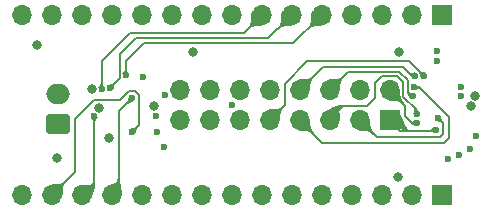
<source format=gbr>
%TF.GenerationSoftware,KiCad,Pcbnew,7.0.8*%
%TF.CreationDate,2023-10-11T21:33:04+02:00*%
%TF.ProjectId,LvL_shifter_shield,4c764c5f-7368-4696-9674-65725f736869,rev?*%
%TF.SameCoordinates,Original*%
%TF.FileFunction,Copper,L2,Inr*%
%TF.FilePolarity,Positive*%
%FSLAX46Y46*%
G04 Gerber Fmt 4.6, Leading zero omitted, Abs format (unit mm)*
G04 Created by KiCad (PCBNEW 7.0.8) date 2023-10-11 21:33:04*
%MOMM*%
%LPD*%
G01*
G04 APERTURE LIST*
G04 Aperture macros list*
%AMRoundRect*
0 Rectangle with rounded corners*
0 $1 Rounding radius*
0 $2 $3 $4 $5 $6 $7 $8 $9 X,Y pos of 4 corners*
0 Add a 4 corners polygon primitive as box body*
4,1,4,$2,$3,$4,$5,$6,$7,$8,$9,$2,$3,0*
0 Add four circle primitives for the rounded corners*
1,1,$1+$1,$2,$3*
1,1,$1+$1,$4,$5*
1,1,$1+$1,$6,$7*
1,1,$1+$1,$8,$9*
0 Add four rect primitives between the rounded corners*
20,1,$1+$1,$2,$3,$4,$5,0*
20,1,$1+$1,$4,$5,$6,$7,0*
20,1,$1+$1,$6,$7,$8,$9,0*
20,1,$1+$1,$8,$9,$2,$3,0*%
G04 Aperture macros list end*
%TA.AperFunction,ComponentPad*%
%ADD10RoundRect,0.250000X0.750000X-0.600000X0.750000X0.600000X-0.750000X0.600000X-0.750000X-0.600000X0*%
%TD*%
%TA.AperFunction,ComponentPad*%
%ADD11O,2.000000X1.700000*%
%TD*%
%TA.AperFunction,ComponentPad*%
%ADD12R,1.700000X1.700000*%
%TD*%
%TA.AperFunction,ComponentPad*%
%ADD13O,1.700000X1.700000*%
%TD*%
%TA.AperFunction,ViaPad*%
%ADD14C,0.800000*%
%TD*%
%TA.AperFunction,ViaPad*%
%ADD15C,0.600000*%
%TD*%
%TA.AperFunction,Conductor*%
%ADD16C,0.150000*%
%TD*%
G04 APERTURE END LIST*
D10*
%TO.N,GND*%
%TO.C,J4*%
X109067600Y-87325200D03*
D11*
%TO.N,+5V*%
X109067600Y-84825200D03*
%TD*%
D12*
%TO.N,Net-(J1-Pin_1)*%
%TO.C,J1*%
X137160000Y-86995000D03*
D13*
%TO.N,Net-(J1-Pin_2)*%
X137160000Y-84455000D03*
%TO.N,Net-(J1-Pin_3)*%
X134620000Y-86995000D03*
%TO.N,GND*%
X134620000Y-84455000D03*
%TO.N,Net-(J1-Pin_5)*%
X132080000Y-86995000D03*
%TO.N,Net-(J1-Pin_6)*%
X132080000Y-84455000D03*
%TO.N,Net-(J1-Pin_7)*%
X129540000Y-86995000D03*
%TO.N,Net-(J1-Pin_8)*%
X129540000Y-84455000D03*
%TO.N,Net-(J1-Pin_9)*%
X127000000Y-86995000D03*
%TO.N,Net-(J1-Pin_10)*%
X127000000Y-84455000D03*
%TO.N,Net-(J1-Pin_11)*%
X124460000Y-86995000D03*
%TO.N,Net-(J1-Pin_12)*%
X124460000Y-84455000D03*
%TO.N,Net-(J1-Pin_13)*%
X121920000Y-86995000D03*
%TO.N,Net-(J1-Pin_14)*%
X121920000Y-84455000D03*
%TO.N,Net-(J1-Pin_15)*%
X119380000Y-86995000D03*
%TO.N,GND*%
X119380000Y-84455000D03*
%TD*%
D12*
%TO.N,unconnected-(J3-Pin_1-Pad1)*%
%TO.C,J3*%
X141605000Y-93345000D03*
D13*
%TO.N,unconnected-(J3-Pin_2-Pad2)*%
X139065000Y-93345000D03*
%TO.N,unconnected-(J3-Pin_3-Pad3)*%
X136525000Y-93345000D03*
%TO.N,GND*%
X133985000Y-93345000D03*
%TO.N,Net-(J3-Pin_5)*%
X131445000Y-93345000D03*
%TO.N,Net-(J3-Pin_6)*%
X128905000Y-93345000D03*
%TO.N,Net-(J3-Pin_7)*%
X126365000Y-93345000D03*
%TO.N,Net-(J3-Pin_8)*%
X123825000Y-93345000D03*
%TO.N,Net-(J3-Pin_9)*%
X121285000Y-93345000D03*
%TO.N,Net-(J3-Pin_10)*%
X118745000Y-93345000D03*
%TO.N,unconnected-(J3-Pin_11-Pad11)*%
X116205000Y-93345000D03*
%TO.N,Net-(J3-Pin_12)*%
X113665000Y-93345000D03*
%TO.N,Net-(J3-Pin_13)*%
X111125000Y-93345000D03*
%TO.N,Net-(J3-Pin_14)*%
X108585000Y-93345000D03*
%TO.N,unconnected-(J3-Pin_15-Pad15)*%
X106045000Y-93345000D03*
%TD*%
D12*
%TO.N,unconnected-(J2-Pin_1-Pad1)*%
%TO.C,J2*%
X141575000Y-78105000D03*
D13*
%TO.N,+3.3V*%
X139035000Y-78105000D03*
%TO.N,unconnected-(J2-Pin_3-Pad3)*%
X136495000Y-78105000D03*
%TO.N,Net-(J2-Pin_4)*%
X133955000Y-78105000D03*
%TO.N,Net-(J2-Pin_5)*%
X131415000Y-78105000D03*
%TO.N,Net-(J2-Pin_6)*%
X128875000Y-78105000D03*
%TO.N,Net-(J2-Pin_7)*%
X126335000Y-78105000D03*
%TO.N,Net-(J2-Pin_8)*%
X123795000Y-78105000D03*
%TO.N,unconnected-(J2-Pin_9-Pad9)*%
X121255000Y-78105000D03*
%TO.N,unconnected-(J2-Pin_10-Pad10)*%
X118715000Y-78105000D03*
%TO.N,unconnected-(J2-Pin_11-Pad11)*%
X116175000Y-78105000D03*
%TO.N,unconnected-(J2-Pin_12-Pad12)*%
X113635000Y-78105000D03*
%TO.N,unconnected-(J2-Pin_13-Pad13)*%
X111095000Y-78105000D03*
%TO.N,GND*%
X108555000Y-78105000D03*
%TO.N,unconnected-(J2-Pin_15-Pad15)*%
X106015000Y-78105000D03*
%TD*%
D14*
%TO.N,+5V*%
X108966000Y-90220800D03*
X117217418Y-85805109D03*
X137845800Y-91846400D03*
%TO.N,GND*%
X137936900Y-81280000D03*
X113411000Y-88519000D03*
X107315000Y-80645000D03*
X120548400Y-81280000D03*
%TO.N,+3.3V*%
X144094200Y-85852000D03*
X111973957Y-84349500D03*
D15*
%TO.N,Net-(J1-Pin_1)*%
X141071600Y-87815900D03*
%TO.N,Net-(J1-Pin_2)*%
X139471400Y-87249000D03*
%TO.N,Net-(J1-Pin_3)*%
X141224000Y-86791800D03*
%TO.N,Net-(J1-Pin_5)*%
X139471400Y-86449500D03*
%TO.N,Net-(J1-Pin_6)*%
X139106900Y-85000500D03*
%TO.N,Net-(J1-Pin_7)*%
X139213273Y-84223994D03*
%TO.N,Net-(J1-Pin_8)*%
X139318127Y-83252300D03*
%TO.N,Net-(J1-Pin_9)*%
X140055600Y-83252300D03*
%TO.N,Net-(J1-Pin_10)*%
X116255800Y-83328500D03*
%TO.N,Net-(J1-Pin_11)*%
X118161541Y-84911459D03*
%TO.N,Net-(J1-Pin_12)*%
X123799600Y-85725000D03*
%TO.N,Net-(J1-Pin_13)*%
X118059200Y-89255600D03*
%TO.N,Net-(J1-Pin_14)*%
X117398800Y-86690200D03*
%TO.N,Net-(J1-Pin_15)*%
X117449600Y-88011000D03*
%TO.N,Net-(J2-Pin_4)*%
X141198600Y-81178400D03*
%TO.N,Net-(J2-Pin_5)*%
X114808000Y-83210400D03*
%TO.N,Net-(J2-Pin_6)*%
X113471413Y-84285500D03*
%TO.N,Net-(J2-Pin_7)*%
X112773200Y-84369864D03*
%TO.N,Net-(J2-Pin_8)*%
X141198600Y-82016600D03*
%TO.N,Net-(J3-Pin_5)*%
X142087600Y-90322400D03*
%TO.N,Net-(J3-Pin_6)*%
X143078200Y-89941400D03*
%TO.N,Net-(J3-Pin_7)*%
X143941800Y-89433400D03*
%TO.N,Net-(J3-Pin_8)*%
X144475200Y-88341200D03*
%TO.N,Net-(J3-Pin_9)*%
X143214100Y-84939103D03*
%TO.N,Net-(J3-Pin_10)*%
X143205200Y-84175600D03*
%TO.N,Net-(J3-Pin_12)*%
X115341400Y-85166200D03*
%TO.N,Net-(J3-Pin_13)*%
X112166400Y-86635500D03*
%TO.N,Net-(J3-Pin_14)*%
X115366800Y-87994500D03*
D14*
%TO.N,Net-(U1-OE)*%
X144373600Y-84963000D03*
%TO.N,Net-(U2-OE)*%
X112582201Y-85952628D03*
%TD*%
D16*
%TO.N,Net-(J1-Pin_1)*%
X141071600Y-87815900D02*
X140978100Y-87909400D01*
X140978100Y-87909400D02*
X138074400Y-87909400D01*
X138074400Y-87909400D02*
X137160000Y-86995000D01*
%TO.N,Net-(J1-Pin_2)*%
X138480800Y-86690200D02*
X138480800Y-85775800D01*
X139039600Y-87249000D02*
X138480800Y-86690200D01*
X138480800Y-85775800D02*
X137160000Y-84455000D01*
X139471400Y-87249000D02*
X139039600Y-87249000D01*
%TO.N,Net-(J1-Pin_3)*%
X141224000Y-86791800D02*
X141706600Y-87274400D01*
X141427200Y-88468200D02*
X136093200Y-88468200D01*
X141706600Y-87274400D02*
X141706600Y-88188800D01*
X141706600Y-88188800D02*
X141427200Y-88468200D01*
X136093200Y-88468200D02*
X134620000Y-86995000D01*
%TO.N,Net-(J1-Pin_5)*%
X139471400Y-86182200D02*
X138328400Y-85039200D01*
X135966200Y-85140800D02*
X135280400Y-85826600D01*
X138328400Y-83820000D02*
X137820400Y-83312000D01*
X135966200Y-83870800D02*
X135966200Y-85140800D01*
X133248400Y-85826600D02*
X132080000Y-86995000D01*
X135280400Y-85826600D02*
X133248400Y-85826600D01*
X139471400Y-86449500D02*
X139471400Y-86182200D01*
X136525000Y-83312000D02*
X135966200Y-83870800D01*
X137820400Y-83312000D02*
X136525000Y-83312000D01*
X138328400Y-85039200D02*
X138328400Y-83820000D01*
%TO.N,Net-(J1-Pin_6)*%
X138734800Y-83642200D02*
X137998200Y-82905600D01*
X138734800Y-84628400D02*
X138734800Y-83642200D01*
X133629400Y-82905600D02*
X132080000Y-84455000D01*
X137998200Y-82905600D02*
X133629400Y-82905600D01*
X139106900Y-85000500D02*
X138734800Y-84628400D01*
%TO.N,Net-(J1-Pin_7)*%
X142163800Y-88493600D02*
X141732000Y-88925400D01*
X139213273Y-84223994D02*
X139646794Y-84223994D01*
X139646794Y-84223994D02*
X142163800Y-86741000D01*
X142163800Y-86741000D02*
X142163800Y-88493600D01*
X141732000Y-88925400D02*
X131470400Y-88925400D01*
X131470400Y-88925400D02*
X129540000Y-86995000D01*
%TO.N,Net-(J1-Pin_8)*%
X139318127Y-83252300D02*
X139056100Y-83252300D01*
X139056100Y-83252300D02*
X138277600Y-82473800D01*
X131521200Y-82473800D02*
X129540000Y-84455000D01*
X138277600Y-82473800D02*
X131521200Y-82473800D01*
%TO.N,Net-(J1-Pin_9)*%
X140055600Y-83252300D02*
X138794500Y-81991200D01*
X128270000Y-83921600D02*
X128270000Y-85725000D01*
X138794500Y-81991200D02*
X130200400Y-81991200D01*
X128270000Y-85725000D02*
X127000000Y-86995000D01*
X130200400Y-81991200D02*
X128270000Y-83921600D01*
%TO.N,Net-(J2-Pin_5)*%
X129002000Y-80518000D02*
X131415000Y-78105000D01*
X114808000Y-83210400D02*
X114808000Y-82042000D01*
X114808000Y-82042000D02*
X116332000Y-80518000D01*
X116332000Y-80518000D02*
X129002000Y-80518000D01*
%TO.N,Net-(J2-Pin_6)*%
X114322257Y-81435543D02*
X115671600Y-80086200D01*
X114322257Y-83434656D02*
X114322257Y-81435543D01*
X115671600Y-80086200D02*
X126893800Y-80086200D01*
X126893800Y-80086200D02*
X128875000Y-78105000D01*
X113471413Y-84285500D02*
X114322257Y-83434656D01*
%TO.N,Net-(J2-Pin_7)*%
X112773200Y-81994000D02*
X112773200Y-84369864D01*
X126335000Y-78105000D02*
X124836400Y-79603600D01*
X124836400Y-79603600D02*
X115163600Y-79603600D01*
X115163600Y-79603600D02*
X112773200Y-81994000D01*
%TO.N,Net-(J3-Pin_12)*%
X113665000Y-93345000D02*
X114263568Y-92746432D01*
X114263568Y-86244032D02*
X115341400Y-85166200D01*
X114263568Y-92746432D02*
X114263568Y-86244032D01*
%TO.N,Net-(J3-Pin_13)*%
X112166400Y-92303600D02*
X111125000Y-93345000D01*
X112166400Y-86635500D02*
X112166400Y-92303600D01*
%TO.N,Net-(J3-Pin_14)*%
X115087400Y-84556600D02*
X114300000Y-85344000D01*
X110540800Y-86918800D02*
X110540800Y-91389200D01*
X115366800Y-87994500D02*
X115976400Y-87384900D01*
X112115600Y-85344000D02*
X110540800Y-86918800D01*
X115976400Y-87384900D02*
X115976400Y-84912200D01*
X115976400Y-84912200D02*
X115620800Y-84556600D01*
X110540800Y-91389200D02*
X108585000Y-93345000D01*
X115620800Y-84556600D02*
X115087400Y-84556600D01*
X114300000Y-85344000D02*
X112115600Y-85344000D01*
%TD*%
%TA.AperFunction,Conductor*%
%TO.N,Net-(J1-Pin_5)*%
G36*
X133292222Y-85755203D02*
G01*
X133296022Y-85763312D01*
X133296034Y-85763844D01*
X133296034Y-85892645D01*
X133292607Y-85900918D01*
X133287390Y-85903939D01*
X132993806Y-85983392D01*
X132905868Y-86203728D01*
X132925971Y-86525034D01*
X132947778Y-86908242D01*
X132947567Y-86911214D01*
X132868101Y-87306341D01*
X132863111Y-87313776D01*
X132854324Y-87315504D01*
X132852158Y-87314845D01*
X132083487Y-86996856D01*
X132077153Y-86990527D01*
X132077146Y-86990511D01*
X131759047Y-86220183D01*
X131759056Y-86211228D01*
X131765059Y-86205048D01*
X132123060Y-86043914D01*
X132386413Y-85915625D01*
X132386790Y-85915460D01*
X132619116Y-85824624D01*
X132621114Y-85824042D01*
X132897472Y-85769871D01*
X132899180Y-85769666D01*
X133283804Y-85752156D01*
X133292222Y-85755203D01*
G37*
%TD.AperFunction*%
%TD*%
%TA.AperFunction,Conductor*%
%TO.N,Net-(J1-Pin_3)*%
G36*
X141498502Y-86681791D02*
G01*
X141504814Y-86688143D01*
X141505101Y-86688918D01*
X141542639Y-86802584D01*
X141542827Y-86803302D01*
X141561537Y-86899451D01*
X141579532Y-86981592D01*
X141592193Y-87008317D01*
X141618776Y-87064431D01*
X141618778Y-87064434D01*
X141618779Y-87064435D01*
X141694424Y-87154820D01*
X141697106Y-87163364D01*
X141693725Y-87170602D01*
X141602802Y-87261525D01*
X141594529Y-87264952D01*
X141587020Y-87262224D01*
X141496635Y-87186579D01*
X141496634Y-87186578D01*
X141496631Y-87186576D01*
X141440517Y-87159993D01*
X141413792Y-87147332D01*
X141331651Y-87129337D01*
X141235502Y-87110627D01*
X141234784Y-87110439D01*
X141121118Y-87072901D01*
X141114337Y-87067052D01*
X141113677Y-87058122D01*
X141113953Y-87057374D01*
X141221436Y-86795614D01*
X141227746Y-86789264D01*
X141489549Y-86681764D01*
X141498502Y-86681791D01*
G37*
%TD.AperFunction*%
%TD*%
%TA.AperFunction,Conductor*%
%TO.N,Net-(J2-Pin_5)*%
G36*
X114880566Y-82613827D02*
G01*
X114883947Y-82621065D01*
X114894369Y-82738468D01*
X114894370Y-82738474D01*
X114925195Y-82824792D01*
X114925195Y-82824793D01*
X114970553Y-82895603D01*
X115025312Y-82976821D01*
X115025687Y-82977461D01*
X115079516Y-83084378D01*
X115080176Y-83093308D01*
X115074327Y-83100089D01*
X115073577Y-83100435D01*
X114812511Y-83209515D01*
X114803556Y-83209542D01*
X114803489Y-83209515D01*
X114542421Y-83100435D01*
X114536109Y-83094083D01*
X114536136Y-83085128D01*
X114536467Y-83084410D01*
X114590320Y-82977444D01*
X114590681Y-82976828D01*
X114645445Y-82895603D01*
X114690803Y-82824794D01*
X114721630Y-82738470D01*
X114732053Y-82621064D01*
X114736198Y-82613128D01*
X114743707Y-82610400D01*
X114872293Y-82610400D01*
X114880566Y-82613827D01*
G37*
%TD.AperFunction*%
%TD*%
%TA.AperFunction,Conductor*%
%TO.N,Net-(J3-Pin_12)*%
G36*
X114335719Y-91895734D02*
G01*
X114339131Y-91903414D01*
X114354367Y-92203852D01*
X114356916Y-92254104D01*
X114356917Y-92254122D01*
X114400672Y-92509015D01*
X114400672Y-92509016D01*
X114452854Y-92728119D01*
X114452926Y-92728474D01*
X114457291Y-92753898D01*
X114496591Y-92982845D01*
X114496668Y-92983539D01*
X114514377Y-93332721D01*
X114511374Y-93341157D01*
X114503285Y-93344999D01*
X114502706Y-93345014D01*
X113669859Y-93345994D01*
X113661583Y-93342577D01*
X113073880Y-92753897D01*
X113070461Y-92745622D01*
X113073895Y-92737352D01*
X113075523Y-92735997D01*
X113371063Y-92532525D01*
X113374030Y-92531054D01*
X113675283Y-92431854D01*
X113936347Y-92353156D01*
X114119489Y-92203851D01*
X114186535Y-91901473D01*
X114191672Y-91894139D01*
X114197958Y-91892307D01*
X114327446Y-91892307D01*
X114335719Y-91895734D01*
G37*
%TD.AperFunction*%
%TD*%
%TA.AperFunction,Conductor*%
%TO.N,Net-(J1-Pin_6)*%
G36*
X133236370Y-83207208D02*
G01*
X133327791Y-83298629D01*
X133331218Y-83306902D01*
X133328735Y-83314109D01*
X133104596Y-83600741D01*
X133018669Y-83855392D01*
X133001019Y-84110084D01*
X132975432Y-84403831D01*
X132975003Y-84406108D01*
X132868960Y-84767790D01*
X132863344Y-84774765D01*
X132854441Y-84775725D01*
X132853267Y-84775312D01*
X132083785Y-84457562D01*
X132077447Y-84451238D01*
X131759687Y-83681732D01*
X131759696Y-83672777D01*
X131766035Y-83666452D01*
X131767193Y-83666044D01*
X132128893Y-83559993D01*
X132131164Y-83559565D01*
X132424914Y-83533980D01*
X132679605Y-83516329D01*
X132934258Y-83430402D01*
X133220892Y-83206263D01*
X133229518Y-83203868D01*
X133236370Y-83207208D01*
G37*
%TD.AperFunction*%
%TD*%
%TA.AperFunction,Conductor*%
%TO.N,Net-(J3-Pin_12)*%
G36*
X115075834Y-85056157D02*
G01*
X115277076Y-85138790D01*
X115337584Y-85163636D01*
X115343936Y-85169948D01*
X115343963Y-85170015D01*
X115451435Y-85431747D01*
X115451408Y-85440702D01*
X115445056Y-85447014D01*
X115444281Y-85447301D01*
X115330613Y-85484839D01*
X115329895Y-85485027D01*
X115233747Y-85503737D01*
X115151606Y-85521732D01*
X115102487Y-85545002D01*
X115068768Y-85560976D01*
X115068766Y-85560977D01*
X115068763Y-85560979D01*
X114978379Y-85636624D01*
X114969835Y-85639306D01*
X114962597Y-85635925D01*
X114871674Y-85545002D01*
X114868247Y-85536729D01*
X114870975Y-85529220D01*
X114946620Y-85438835D01*
X114946621Y-85438833D01*
X114946620Y-85438833D01*
X114946623Y-85438831D01*
X114985865Y-85355993D01*
X115003861Y-85273851D01*
X115022572Y-85177693D01*
X115022755Y-85176992D01*
X115060298Y-85063317D01*
X115066147Y-85056537D01*
X115075077Y-85055877D01*
X115075834Y-85056157D01*
G37*
%TD.AperFunction*%
%TD*%
%TA.AperFunction,Conductor*%
%TO.N,Net-(J3-Pin_13)*%
G36*
X112237842Y-92079788D02*
G01*
X112241269Y-92088061D01*
X112241268Y-92088192D01*
X112236870Y-92482296D01*
X112236853Y-92482680D01*
X112214591Y-92772080D01*
X112214477Y-92772867D01*
X112161488Y-93018416D01*
X112161286Y-93019129D01*
X112064395Y-93293740D01*
X112064293Y-93294009D01*
X111914743Y-93659419D01*
X111908438Y-93665777D01*
X111899483Y-93665815D01*
X111883994Y-93659419D01*
X111129488Y-93347853D01*
X111123150Y-93341529D01*
X110805028Y-92572535D01*
X110805032Y-92563580D01*
X110811366Y-92557251D01*
X110813256Y-92556651D01*
X111177431Y-92474583D01*
X111179989Y-92474298D01*
X111529611Y-92474163D01*
X111820208Y-92468393D01*
X112018225Y-92366091D01*
X112089169Y-92085196D01*
X112094518Y-92078014D01*
X112100513Y-92076361D01*
X112229569Y-92076361D01*
X112237842Y-92079788D01*
G37*
%TD.AperFunction*%
%TD*%
%TA.AperFunction,Conductor*%
%TO.N,Net-(J3-Pin_14)*%
G36*
X115745602Y-87524774D02*
G01*
X115836525Y-87615697D01*
X115839952Y-87623970D01*
X115837224Y-87631479D01*
X115761579Y-87721863D01*
X115761577Y-87721866D01*
X115761576Y-87721868D01*
X115746390Y-87753923D01*
X115722332Y-87804706D01*
X115704337Y-87886847D01*
X115685627Y-87982995D01*
X115685439Y-87983713D01*
X115647901Y-88097381D01*
X115642052Y-88104162D01*
X115633122Y-88104822D01*
X115632347Y-88104535D01*
X115370615Y-87997063D01*
X115364263Y-87990751D01*
X115364236Y-87990684D01*
X115287870Y-87804706D01*
X115256764Y-87728950D01*
X115256791Y-87719997D01*
X115263143Y-87713685D01*
X115263911Y-87713400D01*
X115377592Y-87675855D01*
X115378293Y-87675672D01*
X115474451Y-87656961D01*
X115556593Y-87638965D01*
X115639431Y-87599723D01*
X115729820Y-87524075D01*
X115738364Y-87521393D01*
X115745602Y-87524774D01*
G37*
%TD.AperFunction*%
%TD*%
%TA.AperFunction,Conductor*%
%TO.N,Net-(J2-Pin_5)*%
G36*
X130641732Y-77784687D02*
G01*
X130643057Y-77785234D01*
X131411215Y-78102438D01*
X131417552Y-78108761D01*
X131417562Y-78108785D01*
X131735312Y-78878267D01*
X131735303Y-78887222D01*
X131728964Y-78893547D01*
X131727790Y-78893960D01*
X131366108Y-79000003D01*
X131363831Y-79000432D01*
X131070084Y-79026019D01*
X130815392Y-79043669D01*
X130560741Y-79129596D01*
X130274109Y-79353735D01*
X130265481Y-79356131D01*
X130258629Y-79352791D01*
X130167208Y-79261370D01*
X130163781Y-79253097D01*
X130166262Y-79245892D01*
X130390402Y-78959258D01*
X130476329Y-78704605D01*
X130493980Y-78449914D01*
X130519565Y-78156164D01*
X130519994Y-78153890D01*
X130535080Y-78102437D01*
X130626040Y-77792207D01*
X130631655Y-77785234D01*
X130640558Y-77784274D01*
X130641732Y-77784687D01*
G37*
%TD.AperFunction*%
%TD*%
%TA.AperFunction,Conductor*%
%TO.N,Net-(J2-Pin_6)*%
G36*
X113850215Y-83815774D02*
G01*
X113941138Y-83906697D01*
X113944565Y-83914970D01*
X113941837Y-83922479D01*
X113866192Y-84012863D01*
X113866190Y-84012866D01*
X113866189Y-84012868D01*
X113851003Y-84044923D01*
X113826945Y-84095706D01*
X113808950Y-84177847D01*
X113790240Y-84273995D01*
X113790052Y-84274713D01*
X113752514Y-84388381D01*
X113746665Y-84395162D01*
X113737735Y-84395822D01*
X113736960Y-84395535D01*
X113475228Y-84288063D01*
X113468876Y-84281751D01*
X113468849Y-84281684D01*
X113392483Y-84095706D01*
X113361377Y-84019950D01*
X113361404Y-84010997D01*
X113367756Y-84004685D01*
X113368524Y-84004400D01*
X113482205Y-83966855D01*
X113482906Y-83966672D01*
X113579064Y-83947961D01*
X113661206Y-83929965D01*
X113744044Y-83890723D01*
X113834433Y-83815075D01*
X113842977Y-83812393D01*
X113850215Y-83815774D01*
G37*
%TD.AperFunction*%
%TD*%
%TA.AperFunction,Conductor*%
%TO.N,Net-(J1-Pin_6)*%
G36*
X138808880Y-84558055D02*
G01*
X138811975Y-84563559D01*
X138832898Y-84649459D01*
X138895572Y-84685628D01*
X138987887Y-84691253D01*
X139098717Y-84694415D01*
X139101068Y-84694725D01*
X139188082Y-84715361D01*
X139208355Y-84720170D01*
X139215614Y-84725413D01*
X139217039Y-84734254D01*
X139216470Y-84736018D01*
X139108760Y-84996993D01*
X139102436Y-85003333D01*
X139102389Y-85003352D01*
X138840181Y-85111016D01*
X138831226Y-85110989D01*
X138825079Y-85105019D01*
X138769015Y-84981192D01*
X138721591Y-84885600D01*
X138721405Y-84885186D01*
X138687727Y-84801571D01*
X138687119Y-84799548D01*
X138666890Y-84700324D01*
X138666668Y-84698548D01*
X138666472Y-84694450D01*
X138660385Y-84566886D01*
X138663414Y-84558459D01*
X138671514Y-84554641D01*
X138672072Y-84554628D01*
X138800607Y-84554628D01*
X138808880Y-84558055D01*
G37*
%TD.AperFunction*%
%TD*%
%TA.AperFunction,Conductor*%
%TO.N,Net-(J1-Pin_2)*%
G36*
X139361049Y-86982742D02*
G01*
X139361617Y-86983918D01*
X139444417Y-87183098D01*
X139469091Y-87242451D01*
X139469102Y-87251406D01*
X139466533Y-87255243D01*
X139266977Y-87453473D01*
X139258692Y-87456872D01*
X139251061Y-87454007D01*
X139169634Y-87383313D01*
X139169632Y-87383311D01*
X139096959Y-87338811D01*
X139030169Y-87305532D01*
X139029723Y-87305285D01*
X138958093Y-87261423D01*
X138956533Y-87260280D01*
X138877112Y-87191328D01*
X138873111Y-87183316D01*
X138875947Y-87174823D01*
X138876495Y-87174234D01*
X138966946Y-87083783D01*
X138975218Y-87080357D01*
X138981665Y-87082293D01*
X138999636Y-87094159D01*
X139049819Y-87127295D01*
X139116298Y-87122533D01*
X139183006Y-87082119D01*
X139259517Y-87025647D01*
X139260142Y-87025247D01*
X139345148Y-86978174D01*
X139354044Y-86977165D01*
X139361049Y-86982742D01*
G37*
%TD.AperFunction*%
%TD*%
%TA.AperFunction,Conductor*%
%TO.N,Net-(J2-Pin_7)*%
G36*
X125561732Y-77784687D02*
G01*
X125563057Y-77785234D01*
X126331215Y-78102438D01*
X126337552Y-78108761D01*
X126337562Y-78108785D01*
X126655312Y-78878267D01*
X126655303Y-78887222D01*
X126648964Y-78893547D01*
X126647790Y-78893960D01*
X126286108Y-79000003D01*
X126283831Y-79000432D01*
X125990084Y-79026019D01*
X125735392Y-79043669D01*
X125480741Y-79129596D01*
X125194109Y-79353735D01*
X125185481Y-79356131D01*
X125178629Y-79352791D01*
X125087208Y-79261370D01*
X125083781Y-79253097D01*
X125086262Y-79245892D01*
X125310402Y-78959258D01*
X125396329Y-78704605D01*
X125413980Y-78449914D01*
X125439565Y-78156164D01*
X125439994Y-78153890D01*
X125455080Y-78102437D01*
X125546040Y-77792207D01*
X125551655Y-77785234D01*
X125560558Y-77784274D01*
X125561732Y-77784687D01*
G37*
%TD.AperFunction*%
%TD*%
%TA.AperFunction,Conductor*%
%TO.N,Net-(J1-Pin_7)*%
G36*
X139433609Y-84018970D02*
G01*
X139515050Y-84089516D01*
X139515053Y-84089518D01*
X139515056Y-84089519D01*
X139515062Y-84089525D01*
X139587875Y-84133738D01*
X139587880Y-84133740D01*
X139587881Y-84133741D01*
X139587890Y-84133746D01*
X139629620Y-84154277D01*
X139654844Y-84166688D01*
X139655292Y-84166934D01*
X139727047Y-84210504D01*
X139728629Y-84211657D01*
X139740093Y-84221587D01*
X139808045Y-84280450D01*
X139812054Y-84288457D01*
X139809227Y-84296954D01*
X139808657Y-84297566D01*
X139718225Y-84387998D01*
X139709952Y-84391425D01*
X139703513Y-84389494D01*
X139635230Y-84344483D01*
X139635229Y-84344483D01*
X139568682Y-84349503D01*
X139501925Y-84390293D01*
X139501921Y-84390295D01*
X139425336Y-84447120D01*
X139424689Y-84447537D01*
X139339531Y-84494801D01*
X139330634Y-84495820D01*
X139323623Y-84490249D01*
X139323053Y-84489071D01*
X139215580Y-84230539D01*
X139215570Y-84221587D01*
X139218136Y-84217753D01*
X139417704Y-84019511D01*
X139425988Y-84016113D01*
X139433609Y-84018970D01*
G37*
%TD.AperFunction*%
%TD*%
%TA.AperFunction,Conductor*%
%TO.N,Net-(J1-Pin_3)*%
G36*
X135402222Y-86674696D02*
G01*
X135408547Y-86681035D01*
X135408960Y-86682209D01*
X135515003Y-87043890D01*
X135515432Y-87046167D01*
X135541019Y-87339914D01*
X135558669Y-87594605D01*
X135644597Y-87849258D01*
X135868735Y-88135890D01*
X135871131Y-88144518D01*
X135867791Y-88151370D01*
X135776370Y-88242791D01*
X135768097Y-88246218D01*
X135760890Y-88243735D01*
X135634009Y-88144518D01*
X135474258Y-88019597D01*
X135219605Y-87933669D01*
X134964914Y-87916019D01*
X134671167Y-87890432D01*
X134668890Y-87890003D01*
X134307209Y-87783960D01*
X134300234Y-87778344D01*
X134299274Y-87769441D01*
X134299687Y-87768267D01*
X134371399Y-87594605D01*
X134617438Y-86998783D01*
X134623759Y-86992448D01*
X135393267Y-86674687D01*
X135402222Y-86674696D01*
G37*
%TD.AperFunction*%
%TD*%
%TA.AperFunction,Conductor*%
%TO.N,Net-(J1-Pin_8)*%
G36*
X130696370Y-83207208D02*
G01*
X130787791Y-83298629D01*
X130791218Y-83306902D01*
X130788735Y-83314109D01*
X130564596Y-83600741D01*
X130478669Y-83855392D01*
X130461019Y-84110084D01*
X130435432Y-84403831D01*
X130435003Y-84406108D01*
X130328960Y-84767790D01*
X130323344Y-84774765D01*
X130314441Y-84775725D01*
X130313267Y-84775312D01*
X129543785Y-84457562D01*
X129537447Y-84451238D01*
X129219687Y-83681732D01*
X129219696Y-83672777D01*
X129226035Y-83666452D01*
X129227193Y-83666044D01*
X129588893Y-83559993D01*
X129591164Y-83559565D01*
X129884914Y-83533980D01*
X130139605Y-83516329D01*
X130394258Y-83430402D01*
X130680892Y-83206263D01*
X130689518Y-83203868D01*
X130696370Y-83207208D01*
G37*
%TD.AperFunction*%
%TD*%
%TA.AperFunction,Conductor*%
%TO.N,Net-(J2-Pin_7)*%
G36*
X112845766Y-83773291D02*
G01*
X112849147Y-83780529D01*
X112859569Y-83897932D01*
X112859570Y-83897938D01*
X112890395Y-83984256D01*
X112890395Y-83984257D01*
X112935753Y-84055067D01*
X112990512Y-84136285D01*
X112990887Y-84136925D01*
X113044716Y-84243842D01*
X113045376Y-84252772D01*
X113039527Y-84259553D01*
X113038777Y-84259899D01*
X112777711Y-84368979D01*
X112768756Y-84369006D01*
X112768689Y-84368979D01*
X112507621Y-84259899D01*
X112501309Y-84253547D01*
X112501336Y-84244592D01*
X112501667Y-84243874D01*
X112555520Y-84136908D01*
X112555881Y-84136292D01*
X112610645Y-84055067D01*
X112656003Y-83984258D01*
X112686830Y-83897934D01*
X112697253Y-83780528D01*
X112701398Y-83772592D01*
X112708907Y-83769864D01*
X112837493Y-83769864D01*
X112845766Y-83773291D01*
G37*
%TD.AperFunction*%
%TD*%
%TA.AperFunction,Conductor*%
%TO.N,Net-(J1-Pin_2)*%
G36*
X137942222Y-84134696D02*
G01*
X137948547Y-84141035D01*
X137948960Y-84142209D01*
X138055003Y-84503890D01*
X138055432Y-84506167D01*
X138081019Y-84799914D01*
X138098669Y-85054605D01*
X138184597Y-85309258D01*
X138408735Y-85595890D01*
X138411131Y-85604518D01*
X138407791Y-85611370D01*
X138316370Y-85702791D01*
X138308097Y-85706218D01*
X138300890Y-85703735D01*
X138174009Y-85604518D01*
X138014258Y-85479597D01*
X137759605Y-85393669D01*
X137504914Y-85376019D01*
X137211167Y-85350432D01*
X137208890Y-85350003D01*
X136847209Y-85243960D01*
X136840234Y-85238344D01*
X136839274Y-85229441D01*
X136839687Y-85228267D01*
X136911399Y-85054605D01*
X137157438Y-84458783D01*
X137163759Y-84452448D01*
X137933267Y-84134687D01*
X137942222Y-84134696D01*
G37*
%TD.AperFunction*%
%TD*%
%TA.AperFunction,Conductor*%
%TO.N,Net-(J1-Pin_7)*%
G36*
X130322222Y-86674696D02*
G01*
X130328547Y-86681035D01*
X130328960Y-86682209D01*
X130435003Y-87043890D01*
X130435432Y-87046167D01*
X130461019Y-87339914D01*
X130478669Y-87594605D01*
X130564597Y-87849258D01*
X130788735Y-88135890D01*
X130791131Y-88144518D01*
X130787791Y-88151370D01*
X130696370Y-88242791D01*
X130688097Y-88246218D01*
X130680890Y-88243735D01*
X130554009Y-88144518D01*
X130394258Y-88019597D01*
X130139605Y-87933669D01*
X129884914Y-87916019D01*
X129591167Y-87890432D01*
X129588890Y-87890003D01*
X129227209Y-87783960D01*
X129220234Y-87778344D01*
X129219274Y-87769441D01*
X129219687Y-87768267D01*
X129291399Y-87594605D01*
X129537438Y-86998783D01*
X129543759Y-86992448D01*
X130313267Y-86674687D01*
X130322222Y-86674696D01*
G37*
%TD.AperFunction*%
%TD*%
%TA.AperFunction,Conductor*%
%TO.N,Net-(J1-Pin_1)*%
G36*
X140961249Y-87549698D02*
G01*
X140961988Y-87551166D01*
X141070715Y-87811389D01*
X141070742Y-87820344D01*
X141070715Y-87820411D01*
X140961316Y-88082241D01*
X140954964Y-88088553D01*
X140946010Y-88088526D01*
X140846282Y-88046562D01*
X140765936Y-88015213D01*
X140694182Y-87996248D01*
X140694178Y-87996247D01*
X140609463Y-87986900D01*
X140609462Y-87986900D01*
X140501653Y-87984640D01*
X140493453Y-87981041D01*
X140490198Y-87972943D01*
X140490198Y-87844392D01*
X140493625Y-87836119D01*
X140500065Y-87832837D01*
X140620285Y-87813797D01*
X140700266Y-87760766D01*
X140761763Y-87688586D01*
X140761972Y-87688354D01*
X140835696Y-87611223D01*
X140838167Y-87609257D01*
X140945215Y-87545619D01*
X140954076Y-87544338D01*
X140961249Y-87549698D01*
G37*
%TD.AperFunction*%
%TD*%
%TA.AperFunction,Conductor*%
%TO.N,Net-(J1-Pin_5)*%
G36*
X139293289Y-85897564D02*
G01*
X139380315Y-85979755D01*
X139452222Y-86039040D01*
X139516335Y-86088087D01*
X139588096Y-86147250D01*
X139588379Y-86147501D01*
X139674808Y-86229129D01*
X139678469Y-86237301D01*
X139675280Y-86245669D01*
X139675075Y-86245881D01*
X139475549Y-86446741D01*
X139467287Y-86450195D01*
X139467220Y-86450195D01*
X139184768Y-86449531D01*
X139176503Y-86446085D01*
X139173096Y-86437803D01*
X139173203Y-86436253D01*
X139187425Y-86331778D01*
X139187982Y-86329476D01*
X139220261Y-86238000D01*
X139245599Y-86159482D01*
X139239774Y-86082829D01*
X139184578Y-86003864D01*
X139182648Y-85995121D01*
X139185894Y-85988891D01*
X139276987Y-85897798D01*
X139285259Y-85894372D01*
X139293289Y-85897564D01*
G37*
%TD.AperFunction*%
%TD*%
%TA.AperFunction,Conductor*%
%TO.N,Net-(J2-Pin_6)*%
G36*
X128101732Y-77784687D02*
G01*
X128103057Y-77785234D01*
X128871215Y-78102438D01*
X128877552Y-78108761D01*
X128877562Y-78108785D01*
X129195312Y-78878267D01*
X129195303Y-78887222D01*
X129188964Y-78893547D01*
X129187790Y-78893960D01*
X128826108Y-79000003D01*
X128823831Y-79000432D01*
X128530084Y-79026019D01*
X128275392Y-79043669D01*
X128020741Y-79129596D01*
X127734109Y-79353735D01*
X127725481Y-79356131D01*
X127718629Y-79352791D01*
X127627208Y-79261370D01*
X127623781Y-79253097D01*
X127626262Y-79245892D01*
X127850402Y-78959258D01*
X127936329Y-78704605D01*
X127953980Y-78449914D01*
X127979565Y-78156164D01*
X127979994Y-78153890D01*
X127995080Y-78102437D01*
X128086040Y-77792207D01*
X128091655Y-77785234D01*
X128100558Y-77784274D01*
X128101732Y-77784687D01*
G37*
%TD.AperFunction*%
%TD*%
%TA.AperFunction,Conductor*%
%TO.N,Net-(J3-Pin_13)*%
G36*
X112361191Y-86715887D02*
G01*
X112431977Y-86745464D01*
X112438289Y-86751816D01*
X112438262Y-86760771D01*
X112437916Y-86761521D01*
X112384087Y-86868437D01*
X112383712Y-86869077D01*
X112328953Y-86950296D01*
X112283595Y-87021104D01*
X112283595Y-87021105D01*
X112252770Y-87107423D01*
X112252769Y-87107429D01*
X112242347Y-87224835D01*
X112238202Y-87232772D01*
X112230693Y-87235500D01*
X112102107Y-87235500D01*
X112093834Y-87232073D01*
X112090453Y-87224835D01*
X112080030Y-87107428D01*
X112049203Y-87021104D01*
X112003845Y-86950296D01*
X111949086Y-86869077D01*
X111948716Y-86868447D01*
X111894881Y-86761518D01*
X111894222Y-86752591D01*
X111900071Y-86745810D01*
X111900808Y-86745469D01*
X112161890Y-86636383D01*
X112170844Y-86636357D01*
X112361191Y-86715887D01*
G37*
%TD.AperFunction*%
%TD*%
%TA.AperFunction,Conductor*%
%TO.N,Net-(J1-Pin_9)*%
G36*
X139692579Y-82781875D02*
G01*
X139782963Y-82857520D01*
X139782965Y-82857521D01*
X139782966Y-82857521D01*
X139782968Y-82857523D01*
X139865806Y-82896765D01*
X139947947Y-82914761D01*
X140044100Y-82933471D01*
X140044809Y-82933657D01*
X140158481Y-82971198D01*
X140165262Y-82977047D01*
X140165922Y-82985977D01*
X140165635Y-82986752D01*
X140058163Y-83248484D01*
X140051851Y-83254836D01*
X140051784Y-83254863D01*
X139790052Y-83362335D01*
X139781097Y-83362308D01*
X139774785Y-83355956D01*
X139774498Y-83355181D01*
X139736958Y-83241513D01*
X139736770Y-83240795D01*
X139718061Y-83144647D01*
X139700065Y-83062506D01*
X139660823Y-82979668D01*
X139660821Y-82979666D01*
X139660821Y-82979665D01*
X139660820Y-82979663D01*
X139585175Y-82889279D01*
X139582493Y-82880735D01*
X139585873Y-82873498D01*
X139676798Y-82782573D01*
X139685070Y-82779147D01*
X139692579Y-82781875D01*
G37*
%TD.AperFunction*%
%TD*%
%TA.AperFunction,Conductor*%
%TO.N,Net-(J1-Pin_8)*%
G36*
X139313575Y-82956358D02*
G01*
X139318057Y-82964111D01*
X139318158Y-82965618D01*
X139318822Y-83248121D01*
X139315415Y-83256402D01*
X139315368Y-83256449D01*
X139114532Y-83455951D01*
X139106247Y-83459350D01*
X139097985Y-83455896D01*
X139097758Y-83455660D01*
X139015953Y-83368557D01*
X139015669Y-83368231D01*
X138956882Y-83295546D01*
X138908374Y-83230412D01*
X138849446Y-83157552D01*
X138767024Y-83069793D01*
X138763858Y-83061416D01*
X138767278Y-83053511D01*
X138858368Y-82962421D01*
X138866640Y-82958995D01*
X138873375Y-82961128D01*
X138883657Y-82968369D01*
X138952157Y-83016607D01*
X138952159Y-83016608D01*
X139028668Y-83023508D01*
X139107041Y-82999519D01*
X139198381Y-82968366D01*
X139200604Y-82967846D01*
X139304925Y-82954046D01*
X139313575Y-82956358D01*
G37*
%TD.AperFunction*%
%TD*%
%TA.AperFunction,Conductor*%
%TO.N,Net-(J1-Pin_9)*%
G36*
X128156370Y-85747208D02*
G01*
X128247791Y-85838629D01*
X128251218Y-85846902D01*
X128248735Y-85854109D01*
X128024596Y-86140741D01*
X127938669Y-86395392D01*
X127921019Y-86650084D01*
X127895432Y-86943831D01*
X127895003Y-86946108D01*
X127788960Y-87307790D01*
X127783344Y-87314765D01*
X127774441Y-87315725D01*
X127773267Y-87315312D01*
X127003785Y-86997562D01*
X126997447Y-86991238D01*
X126679687Y-86221732D01*
X126679696Y-86212777D01*
X126686035Y-86206452D01*
X126687193Y-86206044D01*
X127048893Y-86099993D01*
X127051164Y-86099565D01*
X127344914Y-86073980D01*
X127599605Y-86056329D01*
X127854258Y-85970402D01*
X128140892Y-85746263D01*
X128149518Y-85743868D01*
X128156370Y-85747208D01*
G37*
%TD.AperFunction*%
%TD*%
%TA.AperFunction,Conductor*%
%TO.N,Net-(J3-Pin_14)*%
G36*
X109741370Y-92097208D02*
G01*
X109832791Y-92188629D01*
X109836218Y-92196902D01*
X109833735Y-92204109D01*
X109609596Y-92490741D01*
X109523669Y-92745392D01*
X109506019Y-93000084D01*
X109480432Y-93293831D01*
X109480003Y-93296108D01*
X109373960Y-93657790D01*
X109368344Y-93664765D01*
X109359441Y-93665725D01*
X109358267Y-93665312D01*
X108588785Y-93347562D01*
X108582447Y-93341238D01*
X108264687Y-92571732D01*
X108264696Y-92562777D01*
X108271035Y-92556452D01*
X108272193Y-92556044D01*
X108633893Y-92449993D01*
X108636164Y-92449565D01*
X108929914Y-92423980D01*
X109184605Y-92406329D01*
X109439258Y-92320402D01*
X109725892Y-92096263D01*
X109734518Y-92093868D01*
X109741370Y-92097208D01*
G37*
%TD.AperFunction*%
%TD*%
%TA.AperFunction,Conductor*%
%TO.N,Net-(J1-Pin_1)*%
G36*
X138014817Y-86502000D02*
G01*
X138015397Y-86503111D01*
X138095606Y-86679261D01*
X138174665Y-86852885D01*
X138339330Y-87168014D01*
X138339332Y-87168017D01*
X138339331Y-87168017D01*
X138503987Y-87436632D01*
X138503990Y-87436636D01*
X138503994Y-87436642D01*
X138601828Y-87568618D01*
X138668660Y-87658773D01*
X138830160Y-87831024D01*
X138833325Y-87839026D01*
X138833325Y-87968377D01*
X138829898Y-87976650D01*
X138821625Y-87980077D01*
X138818064Y-87979522D01*
X138455060Y-87863518D01*
X138076812Y-87789141D01*
X138076802Y-87789139D01*
X138076793Y-87789138D01*
X138076791Y-87789138D01*
X137698542Y-87761259D01*
X137320273Y-87779880D01*
X137320266Y-87779881D01*
X136959803Y-87841938D01*
X136951068Y-87839965D01*
X136946288Y-87832393D01*
X136946481Y-87827517D01*
X137157800Y-86999700D01*
X137163164Y-86992535D01*
X137998791Y-86497891D01*
X138007654Y-86496626D01*
X138014817Y-86502000D01*
G37*
%TD.AperFunction*%
%TD*%
M02*

</source>
